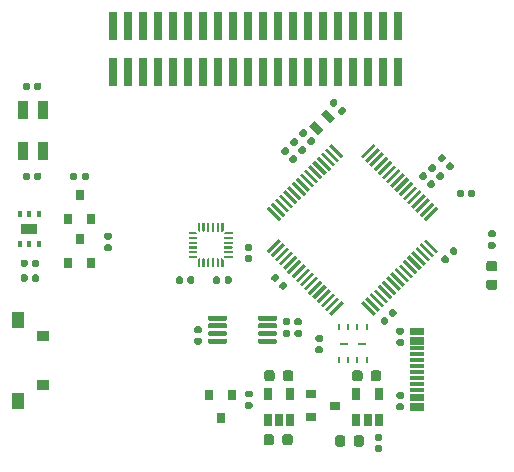
<source format=gbr>
G04 #@! TF.GenerationSoftware,KiCad,Pcbnew,(5.1.6)-1*
G04 #@! TF.CreationDate,2020-11-06T20:40:43+01:00*
G04 #@! TF.ProjectId,DynOSSAT-EDU-OBC,44796e4f-5353-4415-942d-4544552d4f42,rev?*
G04 #@! TF.SameCoordinates,Original*
G04 #@! TF.FileFunction,Paste,Top*
G04 #@! TF.FilePolarity,Positive*
%FSLAX46Y46*%
G04 Gerber Fmt 4.6, Leading zero omitted, Abs format (unit mm)*
G04 Created by KiCad (PCBNEW (5.1.6)-1) date 2020-11-06 20:40:43*
%MOMM*%
%LPD*%
G01*
G04 APERTURE LIST*
%ADD10R,1.000000X1.450000*%
%ADD11R,1.000000X0.900000*%
%ADD12C,0.100000*%
%ADD13R,0.800000X0.900000*%
%ADD14R,0.740000X2.400000*%
%ADD15R,0.900000X0.800000*%
%ADD16R,1.150000X0.300000*%
%ADD17R,0.650000X1.060000*%
%ADD18R,0.400000X0.550000*%
%ADD19R,1.400000X0.900000*%
%ADD20R,0.800000X0.200000*%
%ADD21R,0.250000X0.600000*%
%ADD22R,0.850000X1.600000*%
G04 APERTURE END LIST*
D10*
X107272400Y-93247000D03*
X107272400Y-100047000D03*
D11*
X109372400Y-98747000D03*
X109372400Y-94547000D03*
D12*
G36*
X136298727Y-79332383D02*
G01*
X137338174Y-78292936D01*
X137536163Y-78490925D01*
X136496716Y-79530372D01*
X136298727Y-79332383D01*
G37*
G36*
X136652280Y-79685937D02*
G01*
X137691727Y-78646490D01*
X137889716Y-78844479D01*
X136850269Y-79883926D01*
X136652280Y-79685937D01*
G37*
G36*
X137005834Y-80039490D02*
G01*
X138045281Y-79000043D01*
X138243270Y-79198032D01*
X137203823Y-80237479D01*
X137005834Y-80039490D01*
G37*
G36*
X137359387Y-80393043D02*
G01*
X138398834Y-79353596D01*
X138596823Y-79551585D01*
X137557376Y-80591032D01*
X137359387Y-80393043D01*
G37*
G36*
X137712941Y-80746597D02*
G01*
X138752388Y-79707150D01*
X138950377Y-79905139D01*
X137910930Y-80944586D01*
X137712941Y-80746597D01*
G37*
G36*
X138066494Y-81100150D02*
G01*
X139105941Y-80060703D01*
X139303930Y-80258692D01*
X138264483Y-81298139D01*
X138066494Y-81100150D01*
G37*
G36*
X138420047Y-81453703D02*
G01*
X139459494Y-80414256D01*
X139657483Y-80612245D01*
X138618036Y-81651692D01*
X138420047Y-81453703D01*
G37*
G36*
X138773601Y-81807257D02*
G01*
X139813048Y-80767810D01*
X140011037Y-80965799D01*
X138971590Y-82005246D01*
X138773601Y-81807257D01*
G37*
G36*
X139127154Y-82160810D02*
G01*
X140166601Y-81121363D01*
X140364590Y-81319352D01*
X139325143Y-82358799D01*
X139127154Y-82160810D01*
G37*
G36*
X139480708Y-82514364D02*
G01*
X140520155Y-81474917D01*
X140718144Y-81672906D01*
X139678697Y-82712353D01*
X139480708Y-82514364D01*
G37*
G36*
X139834261Y-82867917D02*
G01*
X140873708Y-81828470D01*
X141071697Y-82026459D01*
X140032250Y-83065906D01*
X139834261Y-82867917D01*
G37*
G36*
X140187814Y-83221470D02*
G01*
X141227261Y-82182023D01*
X141425250Y-82380012D01*
X140385803Y-83419459D01*
X140187814Y-83221470D01*
G37*
G36*
X140541368Y-83575024D02*
G01*
X141580815Y-82535577D01*
X141778804Y-82733566D01*
X140739357Y-83773013D01*
X140541368Y-83575024D01*
G37*
G36*
X140894921Y-83928577D02*
G01*
X141934368Y-82889130D01*
X142132357Y-83087119D01*
X141092910Y-84126566D01*
X140894921Y-83928577D01*
G37*
G36*
X141248474Y-84282131D02*
G01*
X142287921Y-83242684D01*
X142485910Y-83440673D01*
X141446463Y-84480120D01*
X141248474Y-84282131D01*
G37*
G36*
X141602028Y-84635684D02*
G01*
X142641475Y-83596237D01*
X142839464Y-83794226D01*
X141800017Y-84833673D01*
X141602028Y-84635684D01*
G37*
G36*
X141602028Y-86509516D02*
G01*
X141800017Y-86311527D01*
X142839464Y-87350974D01*
X142641475Y-87548963D01*
X141602028Y-86509516D01*
G37*
G36*
X141248474Y-86863069D02*
G01*
X141446463Y-86665080D01*
X142485910Y-87704527D01*
X142287921Y-87902516D01*
X141248474Y-86863069D01*
G37*
G36*
X140894921Y-87216623D02*
G01*
X141092910Y-87018634D01*
X142132357Y-88058081D01*
X141934368Y-88256070D01*
X140894921Y-87216623D01*
G37*
G36*
X140541368Y-87570176D02*
G01*
X140739357Y-87372187D01*
X141778804Y-88411634D01*
X141580815Y-88609623D01*
X140541368Y-87570176D01*
G37*
G36*
X140187814Y-87923730D02*
G01*
X140385803Y-87725741D01*
X141425250Y-88765188D01*
X141227261Y-88963177D01*
X140187814Y-87923730D01*
G37*
G36*
X139834261Y-88277283D02*
G01*
X140032250Y-88079294D01*
X141071697Y-89118741D01*
X140873708Y-89316730D01*
X139834261Y-88277283D01*
G37*
G36*
X139480708Y-88630836D02*
G01*
X139678697Y-88432847D01*
X140718144Y-89472294D01*
X140520155Y-89670283D01*
X139480708Y-88630836D01*
G37*
G36*
X139127154Y-88984390D02*
G01*
X139325143Y-88786401D01*
X140364590Y-89825848D01*
X140166601Y-90023837D01*
X139127154Y-88984390D01*
G37*
G36*
X138773601Y-89337943D02*
G01*
X138971590Y-89139954D01*
X140011037Y-90179401D01*
X139813048Y-90377390D01*
X138773601Y-89337943D01*
G37*
G36*
X138420047Y-89691497D02*
G01*
X138618036Y-89493508D01*
X139657483Y-90532955D01*
X139459494Y-90730944D01*
X138420047Y-89691497D01*
G37*
G36*
X138066494Y-90045050D02*
G01*
X138264483Y-89847061D01*
X139303930Y-90886508D01*
X139105941Y-91084497D01*
X138066494Y-90045050D01*
G37*
G36*
X137712941Y-90398603D02*
G01*
X137910930Y-90200614D01*
X138950377Y-91240061D01*
X138752388Y-91438050D01*
X137712941Y-90398603D01*
G37*
G36*
X137359387Y-90752157D02*
G01*
X137557376Y-90554168D01*
X138596823Y-91593615D01*
X138398834Y-91791604D01*
X137359387Y-90752157D01*
G37*
G36*
X137005834Y-91105710D02*
G01*
X137203823Y-90907721D01*
X138243270Y-91947168D01*
X138045281Y-92145157D01*
X137005834Y-91105710D01*
G37*
G36*
X136652280Y-91459263D02*
G01*
X136850269Y-91261274D01*
X137889716Y-92300721D01*
X137691727Y-92498710D01*
X136652280Y-91459263D01*
G37*
G36*
X136298727Y-91812817D02*
G01*
X136496716Y-91614828D01*
X137536163Y-92654275D01*
X137338174Y-92852264D01*
X136298727Y-91812817D01*
G37*
G36*
X133583437Y-92654275D02*
G01*
X134622884Y-91614828D01*
X134820873Y-91812817D01*
X133781426Y-92852264D01*
X133583437Y-92654275D01*
G37*
G36*
X133229884Y-92300721D02*
G01*
X134269331Y-91261274D01*
X134467320Y-91459263D01*
X133427873Y-92498710D01*
X133229884Y-92300721D01*
G37*
G36*
X132876330Y-91947168D02*
G01*
X133915777Y-90907721D01*
X134113766Y-91105710D01*
X133074319Y-92145157D01*
X132876330Y-91947168D01*
G37*
G36*
X132522777Y-91593615D02*
G01*
X133562224Y-90554168D01*
X133760213Y-90752157D01*
X132720766Y-91791604D01*
X132522777Y-91593615D01*
G37*
G36*
X132169223Y-91240061D02*
G01*
X133208670Y-90200614D01*
X133406659Y-90398603D01*
X132367212Y-91438050D01*
X132169223Y-91240061D01*
G37*
G36*
X131815670Y-90886508D02*
G01*
X132855117Y-89847061D01*
X133053106Y-90045050D01*
X132013659Y-91084497D01*
X131815670Y-90886508D01*
G37*
G36*
X131462117Y-90532955D02*
G01*
X132501564Y-89493508D01*
X132699553Y-89691497D01*
X131660106Y-90730944D01*
X131462117Y-90532955D01*
G37*
G36*
X131108563Y-90179401D02*
G01*
X132148010Y-89139954D01*
X132345999Y-89337943D01*
X131306552Y-90377390D01*
X131108563Y-90179401D01*
G37*
G36*
X130755010Y-89825848D02*
G01*
X131794457Y-88786401D01*
X131992446Y-88984390D01*
X130952999Y-90023837D01*
X130755010Y-89825848D01*
G37*
G36*
X130401456Y-89472294D02*
G01*
X131440903Y-88432847D01*
X131638892Y-88630836D01*
X130599445Y-89670283D01*
X130401456Y-89472294D01*
G37*
G36*
X130047903Y-89118741D02*
G01*
X131087350Y-88079294D01*
X131285339Y-88277283D01*
X130245892Y-89316730D01*
X130047903Y-89118741D01*
G37*
G36*
X129694350Y-88765188D02*
G01*
X130733797Y-87725741D01*
X130931786Y-87923730D01*
X129892339Y-88963177D01*
X129694350Y-88765188D01*
G37*
G36*
X129340796Y-88411634D02*
G01*
X130380243Y-87372187D01*
X130578232Y-87570176D01*
X129538785Y-88609623D01*
X129340796Y-88411634D01*
G37*
G36*
X128987243Y-88058081D02*
G01*
X130026690Y-87018634D01*
X130224679Y-87216623D01*
X129185232Y-88256070D01*
X128987243Y-88058081D01*
G37*
G36*
X128633690Y-87704527D02*
G01*
X129673137Y-86665080D01*
X129871126Y-86863069D01*
X128831679Y-87902516D01*
X128633690Y-87704527D01*
G37*
G36*
X128280136Y-87350974D02*
G01*
X129319583Y-86311527D01*
X129517572Y-86509516D01*
X128478125Y-87548963D01*
X128280136Y-87350974D01*
G37*
G36*
X128280136Y-83794226D02*
G01*
X128478125Y-83596237D01*
X129517572Y-84635684D01*
X129319583Y-84833673D01*
X128280136Y-83794226D01*
G37*
G36*
X128633690Y-83440673D02*
G01*
X128831679Y-83242684D01*
X129871126Y-84282131D01*
X129673137Y-84480120D01*
X128633690Y-83440673D01*
G37*
G36*
X128987243Y-83087119D02*
G01*
X129185232Y-82889130D01*
X130224679Y-83928577D01*
X130026690Y-84126566D01*
X128987243Y-83087119D01*
G37*
G36*
X129340796Y-82733566D02*
G01*
X129538785Y-82535577D01*
X130578232Y-83575024D01*
X130380243Y-83773013D01*
X129340796Y-82733566D01*
G37*
G36*
X129694350Y-82380012D02*
G01*
X129892339Y-82182023D01*
X130931786Y-83221470D01*
X130733797Y-83419459D01*
X129694350Y-82380012D01*
G37*
G36*
X130047903Y-82026459D02*
G01*
X130245892Y-81828470D01*
X131285339Y-82867917D01*
X131087350Y-83065906D01*
X130047903Y-82026459D01*
G37*
G36*
X130401456Y-81672906D02*
G01*
X130599445Y-81474917D01*
X131638892Y-82514364D01*
X131440903Y-82712353D01*
X130401456Y-81672906D01*
G37*
G36*
X130755010Y-81319352D02*
G01*
X130952999Y-81121363D01*
X131992446Y-82160810D01*
X131794457Y-82358799D01*
X130755010Y-81319352D01*
G37*
G36*
X131108563Y-80965799D02*
G01*
X131306552Y-80767810D01*
X132345999Y-81807257D01*
X132148010Y-82005246D01*
X131108563Y-80965799D01*
G37*
G36*
X131462117Y-80612245D02*
G01*
X131660106Y-80414256D01*
X132699553Y-81453703D01*
X132501564Y-81651692D01*
X131462117Y-80612245D01*
G37*
G36*
X131815670Y-80258692D02*
G01*
X132013659Y-80060703D01*
X133053106Y-81100150D01*
X132855117Y-81298139D01*
X131815670Y-80258692D01*
G37*
G36*
X132169223Y-79905139D02*
G01*
X132367212Y-79707150D01*
X133406659Y-80746597D01*
X133208670Y-80944586D01*
X132169223Y-79905139D01*
G37*
G36*
X132522777Y-79551585D02*
G01*
X132720766Y-79353596D01*
X133760213Y-80393043D01*
X133562224Y-80591032D01*
X132522777Y-79551585D01*
G37*
G36*
X132876330Y-79198032D02*
G01*
X133074319Y-79000043D01*
X134113766Y-80039490D01*
X133915777Y-80237479D01*
X132876330Y-79198032D01*
G37*
G36*
X133229884Y-78844479D02*
G01*
X133427873Y-78646490D01*
X134467320Y-79685937D01*
X134269331Y-79883926D01*
X133229884Y-78844479D01*
G37*
G36*
X133583437Y-78490925D02*
G01*
X133781426Y-78292936D01*
X134820873Y-79332383D01*
X134622884Y-79530372D01*
X133583437Y-78490925D01*
G37*
D13*
X124421900Y-101545900D03*
X123471900Y-99545900D03*
X125371900Y-99545900D03*
G36*
G01*
X126969300Y-99771700D02*
X126624300Y-99771700D01*
G75*
G02*
X126476800Y-99624200I0J147500D01*
G01*
X126476800Y-99329200D01*
G75*
G02*
X126624300Y-99181700I147500J0D01*
G01*
X126969300Y-99181700D01*
G75*
G02*
X127116800Y-99329200I0J-147500D01*
G01*
X127116800Y-99624200D01*
G75*
G02*
X126969300Y-99771700I-147500J0D01*
G01*
G37*
G36*
G01*
X126969300Y-100741700D02*
X126624300Y-100741700D01*
G75*
G02*
X126476800Y-100594200I0J147500D01*
G01*
X126476800Y-100299200D01*
G75*
G02*
X126624300Y-100151700I147500J0D01*
G01*
X126969300Y-100151700D01*
G75*
G02*
X127116800Y-100299200I0J-147500D01*
G01*
X127116800Y-100594200D01*
G75*
G02*
X126969300Y-100741700I-147500J0D01*
G01*
G37*
D14*
X139471400Y-68281000D03*
X139471400Y-72181000D03*
X138201400Y-68281000D03*
X138201400Y-72181000D03*
X136931400Y-68281000D03*
X136931400Y-72181000D03*
X135661400Y-68281000D03*
X135661400Y-72181000D03*
X134391400Y-68281000D03*
X134391400Y-72181000D03*
X133121400Y-68281000D03*
X133121400Y-72181000D03*
X131851400Y-68281000D03*
X131851400Y-72181000D03*
X130581400Y-68281000D03*
X130581400Y-72181000D03*
X129311400Y-68281000D03*
X129311400Y-72181000D03*
X128041400Y-68281000D03*
X128041400Y-72181000D03*
X126771400Y-68281000D03*
X126771400Y-72181000D03*
X125501400Y-68281000D03*
X125501400Y-72181000D03*
X124231400Y-68281000D03*
X124231400Y-72181000D03*
X122961400Y-68281000D03*
X122961400Y-72181000D03*
X121691400Y-68281000D03*
X121691400Y-72181000D03*
X120421400Y-68281000D03*
X120421400Y-72181000D03*
X119151400Y-68281000D03*
X119151400Y-72181000D03*
X117881400Y-68281000D03*
X117881400Y-72181000D03*
X116611400Y-68281000D03*
X116611400Y-72181000D03*
X115341400Y-68281000D03*
X115341400Y-72181000D03*
G36*
G01*
X134981200Y-103197950D02*
X134981200Y-103710450D01*
G75*
G02*
X134762450Y-103929200I-218750J0D01*
G01*
X134324950Y-103929200D01*
G75*
G02*
X134106200Y-103710450I0J218750D01*
G01*
X134106200Y-103197950D01*
G75*
G02*
X134324950Y-102979200I218750J0D01*
G01*
X134762450Y-102979200D01*
G75*
G02*
X134981200Y-103197950I0J-218750D01*
G01*
G37*
G36*
G01*
X136556200Y-103197950D02*
X136556200Y-103710450D01*
G75*
G02*
X136337450Y-103929200I-218750J0D01*
G01*
X135899950Y-103929200D01*
G75*
G02*
X135681200Y-103710450I0J218750D01*
G01*
X135681200Y-103197950D01*
G75*
G02*
X135899950Y-102979200I218750J0D01*
G01*
X136337450Y-102979200D01*
G75*
G02*
X136556200Y-103197950I0J-218750D01*
G01*
G37*
G36*
G01*
X129636000Y-103608850D02*
X129636000Y-103096350D01*
G75*
G02*
X129854750Y-102877600I218750J0D01*
G01*
X130292250Y-102877600D01*
G75*
G02*
X130511000Y-103096350I0J-218750D01*
G01*
X130511000Y-103608850D01*
G75*
G02*
X130292250Y-103827600I-218750J0D01*
G01*
X129854750Y-103827600D01*
G75*
G02*
X129636000Y-103608850I0J218750D01*
G01*
G37*
G36*
G01*
X128061000Y-103608850D02*
X128061000Y-103096350D01*
G75*
G02*
X128279750Y-102877600I218750J0D01*
G01*
X128717250Y-102877600D01*
G75*
G02*
X128936000Y-103096350I0J-218750D01*
G01*
X128936000Y-103608850D01*
G75*
G02*
X128717250Y-103827600I-218750J0D01*
G01*
X128279750Y-103827600D01*
G75*
G02*
X128061000Y-103608850I0J218750D01*
G01*
G37*
G36*
G01*
X147114550Y-89783400D02*
X147627050Y-89783400D01*
G75*
G02*
X147845800Y-90002150I0J-218750D01*
G01*
X147845800Y-90439650D01*
G75*
G02*
X147627050Y-90658400I-218750J0D01*
G01*
X147114550Y-90658400D01*
G75*
G02*
X146895800Y-90439650I0J218750D01*
G01*
X146895800Y-90002150D01*
G75*
G02*
X147114550Y-89783400I218750J0D01*
G01*
G37*
G36*
G01*
X147114550Y-88208400D02*
X147627050Y-88208400D01*
G75*
G02*
X147845800Y-88427150I0J-218750D01*
G01*
X147845800Y-88864650D01*
G75*
G02*
X147627050Y-89083400I-218750J0D01*
G01*
X147114550Y-89083400D01*
G75*
G02*
X146895800Y-88864650I0J218750D01*
G01*
X146895800Y-88427150D01*
G75*
G02*
X147114550Y-88208400I218750J0D01*
G01*
G37*
G36*
G01*
X129686800Y-98198650D02*
X129686800Y-97686150D01*
G75*
G02*
X129905550Y-97467400I218750J0D01*
G01*
X130343050Y-97467400D01*
G75*
G02*
X130561800Y-97686150I0J-218750D01*
G01*
X130561800Y-98198650D01*
G75*
G02*
X130343050Y-98417400I-218750J0D01*
G01*
X129905550Y-98417400D01*
G75*
G02*
X129686800Y-98198650I0J218750D01*
G01*
G37*
G36*
G01*
X128111800Y-98198650D02*
X128111800Y-97686150D01*
G75*
G02*
X128330550Y-97467400I218750J0D01*
G01*
X128768050Y-97467400D01*
G75*
G02*
X128986800Y-97686150I0J-218750D01*
G01*
X128986800Y-98198650D01*
G75*
G02*
X128768050Y-98417400I-218750J0D01*
G01*
X128330550Y-98417400D01*
G75*
G02*
X128111800Y-98198650I0J218750D01*
G01*
G37*
D13*
X112471200Y-86376000D03*
X113421200Y-88376000D03*
X111521200Y-88376000D03*
X112471200Y-82642200D03*
X113421200Y-84642200D03*
X111521200Y-84642200D03*
G36*
G01*
X139796300Y-99886000D02*
X139451300Y-99886000D01*
G75*
G02*
X139303800Y-99738500I0J147500D01*
G01*
X139303800Y-99443500D01*
G75*
G02*
X139451300Y-99296000I147500J0D01*
G01*
X139796300Y-99296000D01*
G75*
G02*
X139943800Y-99443500I0J-147500D01*
G01*
X139943800Y-99738500D01*
G75*
G02*
X139796300Y-99886000I-147500J0D01*
G01*
G37*
G36*
G01*
X139796300Y-100856000D02*
X139451300Y-100856000D01*
G75*
G02*
X139303800Y-100708500I0J147500D01*
G01*
X139303800Y-100413500D01*
G75*
G02*
X139451300Y-100266000I147500J0D01*
G01*
X139796300Y-100266000D01*
G75*
G02*
X139943800Y-100413500I0J-147500D01*
G01*
X139943800Y-100708500D01*
G75*
G02*
X139796300Y-100856000I-147500J0D01*
G01*
G37*
G36*
G01*
X139451300Y-94830400D02*
X139796300Y-94830400D01*
G75*
G02*
X139943800Y-94977900I0J-147500D01*
G01*
X139943800Y-95272900D01*
G75*
G02*
X139796300Y-95420400I-147500J0D01*
G01*
X139451300Y-95420400D01*
G75*
G02*
X139303800Y-95272900I0J147500D01*
G01*
X139303800Y-94977900D01*
G75*
G02*
X139451300Y-94830400I147500J0D01*
G01*
G37*
G36*
G01*
X139451300Y-93860400D02*
X139796300Y-93860400D01*
G75*
G02*
X139943800Y-94007900I0J-147500D01*
G01*
X139943800Y-94302900D01*
G75*
G02*
X139796300Y-94450400I-147500J0D01*
G01*
X139451300Y-94450400D01*
G75*
G02*
X139303800Y-94302900I0J147500D01*
G01*
X139303800Y-94007900D01*
G75*
G02*
X139451300Y-93860400I147500J0D01*
G01*
G37*
G36*
G01*
X137129100Y-98198650D02*
X137129100Y-97686150D01*
G75*
G02*
X137347850Y-97467400I218750J0D01*
G01*
X137785350Y-97467400D01*
G75*
G02*
X138004100Y-97686150I0J-218750D01*
G01*
X138004100Y-98198650D01*
G75*
G02*
X137785350Y-98417400I-218750J0D01*
G01*
X137347850Y-98417400D01*
G75*
G02*
X137129100Y-98198650I0J218750D01*
G01*
G37*
G36*
G01*
X135554100Y-98198650D02*
X135554100Y-97686150D01*
G75*
G02*
X135772850Y-97467400I218750J0D01*
G01*
X136210350Y-97467400D01*
G75*
G02*
X136429100Y-97686150I0J-218750D01*
G01*
X136429100Y-98198650D01*
G75*
G02*
X136210350Y-98417400I-218750J0D01*
G01*
X135772850Y-98417400D01*
G75*
G02*
X135554100Y-98198650I0J218750D01*
G01*
G37*
D15*
X134096000Y-100457000D03*
X132096000Y-101407000D03*
X132096000Y-99507000D03*
G36*
G01*
X134327575Y-75414926D02*
X134571527Y-75170975D01*
G75*
G02*
X134780123Y-75170975I104298J-104298D01*
G01*
X134988719Y-75379571D01*
G75*
G02*
X134988719Y-75588167I-104298J-104298D01*
G01*
X134744767Y-75832119D01*
G75*
G02*
X134536171Y-75832119I-104298J104298D01*
G01*
X134327575Y-75623523D01*
G75*
G02*
X134327575Y-75414927I104298J104298D01*
G01*
G37*
G36*
G01*
X133641681Y-74729032D02*
X133885633Y-74485081D01*
G75*
G02*
X134094229Y-74485081I104298J-104298D01*
G01*
X134302825Y-74693677D01*
G75*
G02*
X134302825Y-74902273I-104298J-104298D01*
G01*
X134058873Y-75146225D01*
G75*
G02*
X133850277Y-75146225I-104298J104298D01*
G01*
X133641681Y-74937629D01*
G75*
G02*
X133641681Y-74729033I104298J104298D01*
G01*
G37*
G36*
G01*
X131737425Y-77467674D02*
X131493473Y-77711625D01*
G75*
G02*
X131284877Y-77711625I-104298J104298D01*
G01*
X131076281Y-77503029D01*
G75*
G02*
X131076281Y-77294433I104298J104298D01*
G01*
X131320233Y-77050481D01*
G75*
G02*
X131528829Y-77050481I104298J-104298D01*
G01*
X131737425Y-77259077D01*
G75*
G02*
X131737425Y-77467673I-104298J-104298D01*
G01*
G37*
G36*
G01*
X132423319Y-78153568D02*
X132179367Y-78397519D01*
G75*
G02*
X131970771Y-78397519I-104298J104298D01*
G01*
X131762175Y-78188923D01*
G75*
G02*
X131762175Y-77980327I104298J104298D01*
G01*
X132006127Y-77736375D01*
G75*
G02*
X132214723Y-77736375I104298J-104298D01*
G01*
X132423319Y-77944971D01*
G75*
G02*
X132423319Y-78153567I-104298J-104298D01*
G01*
G37*
G36*
G01*
X130188025Y-78991674D02*
X129944073Y-79235625D01*
G75*
G02*
X129735477Y-79235625I-104298J104298D01*
G01*
X129526881Y-79027029D01*
G75*
G02*
X129526881Y-78818433I104298J104298D01*
G01*
X129770833Y-78574481D01*
G75*
G02*
X129979429Y-78574481I104298J-104298D01*
G01*
X130188025Y-78783077D01*
G75*
G02*
X130188025Y-78991673I-104298J-104298D01*
G01*
G37*
G36*
G01*
X130873919Y-79677568D02*
X130629967Y-79921519D01*
G75*
G02*
X130421371Y-79921519I-104298J104298D01*
G01*
X130212775Y-79712923D01*
G75*
G02*
X130212775Y-79504327I104298J104298D01*
G01*
X130456727Y-79260375D01*
G75*
G02*
X130665323Y-79260375I104298J-104298D01*
G01*
X130873919Y-79468971D01*
G75*
G02*
X130873919Y-79677567I-104298J-104298D01*
G01*
G37*
G36*
G01*
X138889526Y-92951625D02*
X138645575Y-92707673D01*
G75*
G02*
X138645575Y-92499077I104298J104298D01*
G01*
X138854171Y-92290481D01*
G75*
G02*
X139062767Y-92290481I104298J-104298D01*
G01*
X139306719Y-92534433D01*
G75*
G02*
X139306719Y-92743029I-104298J-104298D01*
G01*
X139098123Y-92951625D01*
G75*
G02*
X138889527Y-92951625I-104298J104298D01*
G01*
G37*
G36*
G01*
X138203632Y-93637519D02*
X137959681Y-93393567D01*
G75*
G02*
X137959681Y-93184971I104298J104298D01*
G01*
X138168277Y-92976375D01*
G75*
G02*
X138376873Y-92976375I104298J-104298D01*
G01*
X138620825Y-93220327D01*
G75*
G02*
X138620825Y-93428923I-104298J-104298D01*
G01*
X138412229Y-93637519D01*
G75*
G02*
X138203633Y-93637519I-104298J104298D01*
G01*
G37*
G36*
G01*
X129374575Y-90223126D02*
X129618527Y-89979175D01*
G75*
G02*
X129827123Y-89979175I104298J-104298D01*
G01*
X130035719Y-90187771D01*
G75*
G02*
X130035719Y-90396367I-104298J-104298D01*
G01*
X129791767Y-90640319D01*
G75*
G02*
X129583171Y-90640319I-104298J104298D01*
G01*
X129374575Y-90431723D01*
G75*
G02*
X129374575Y-90223127I104298J104298D01*
G01*
G37*
G36*
G01*
X128688681Y-89537232D02*
X128932633Y-89293281D01*
G75*
G02*
X129141229Y-89293281I104298J-104298D01*
G01*
X129349825Y-89501877D01*
G75*
G02*
X129349825Y-89710473I-104298J-104298D01*
G01*
X129105873Y-89954425D01*
G75*
G02*
X128897277Y-89954425I-104298J104298D01*
G01*
X128688681Y-89745829D01*
G75*
G02*
X128688681Y-89537233I104298J104298D01*
G01*
G37*
G36*
G01*
X130975425Y-78229674D02*
X130731473Y-78473625D01*
G75*
G02*
X130522877Y-78473625I-104298J104298D01*
G01*
X130314281Y-78265029D01*
G75*
G02*
X130314281Y-78056433I104298J104298D01*
G01*
X130558233Y-77812481D01*
G75*
G02*
X130766829Y-77812481I104298J-104298D01*
G01*
X130975425Y-78021077D01*
G75*
G02*
X130975425Y-78229673I-104298J-104298D01*
G01*
G37*
G36*
G01*
X131661319Y-78915568D02*
X131417367Y-79159519D01*
G75*
G02*
X131208771Y-79159519I-104298J104298D01*
G01*
X131000175Y-78950923D01*
G75*
G02*
X131000175Y-78742327I104298J104298D01*
G01*
X131244127Y-78498375D01*
G75*
G02*
X131452723Y-78498375I104298J-104298D01*
G01*
X131661319Y-78706971D01*
G75*
G02*
X131661319Y-78915567I-104298J-104298D01*
G01*
G37*
G36*
G01*
X126943900Y-87363800D02*
X126598900Y-87363800D01*
G75*
G02*
X126451400Y-87216300I0J147500D01*
G01*
X126451400Y-86921300D01*
G75*
G02*
X126598900Y-86773800I147500J0D01*
G01*
X126943900Y-86773800D01*
G75*
G02*
X127091400Y-86921300I0J-147500D01*
G01*
X127091400Y-87216300D01*
G75*
G02*
X126943900Y-87363800I-147500J0D01*
G01*
G37*
G36*
G01*
X126943900Y-88333800D02*
X126598900Y-88333800D01*
G75*
G02*
X126451400Y-88186300I0J147500D01*
G01*
X126451400Y-87891300D01*
G75*
G02*
X126598900Y-87743800I147500J0D01*
G01*
X126943900Y-87743800D01*
G75*
G02*
X127091400Y-87891300I0J-147500D01*
G01*
X127091400Y-88186300D01*
G75*
G02*
X126943900Y-88333800I-147500J0D01*
G01*
G37*
G36*
G01*
X121222000Y-89667300D02*
X121222000Y-90012300D01*
G75*
G02*
X121074500Y-90159800I-147500J0D01*
G01*
X120779500Y-90159800D01*
G75*
G02*
X120632000Y-90012300I0J147500D01*
G01*
X120632000Y-89667300D01*
G75*
G02*
X120779500Y-89519800I147500J0D01*
G01*
X121074500Y-89519800D01*
G75*
G02*
X121222000Y-89667300I0J-147500D01*
G01*
G37*
G36*
G01*
X122192000Y-89667300D02*
X122192000Y-90012300D01*
G75*
G02*
X122044500Y-90159800I-147500J0D01*
G01*
X121749500Y-90159800D01*
G75*
G02*
X121602000Y-90012300I0J147500D01*
G01*
X121602000Y-89667300D01*
G75*
G02*
X121749500Y-89519800I147500J0D01*
G01*
X122044500Y-89519800D01*
G75*
G02*
X122192000Y-89667300I0J-147500D01*
G01*
G37*
G36*
G01*
X124751600Y-90012300D02*
X124751600Y-89667300D01*
G75*
G02*
X124899100Y-89519800I147500J0D01*
G01*
X125194100Y-89519800D01*
G75*
G02*
X125341600Y-89667300I0J-147500D01*
G01*
X125341600Y-90012300D01*
G75*
G02*
X125194100Y-90159800I-147500J0D01*
G01*
X124899100Y-90159800D01*
G75*
G02*
X124751600Y-90012300I0J147500D01*
G01*
G37*
G36*
G01*
X123781600Y-90012300D02*
X123781600Y-89667300D01*
G75*
G02*
X123929100Y-89519800I147500J0D01*
G01*
X124224100Y-89519800D01*
G75*
G02*
X124371600Y-89667300I0J-147500D01*
G01*
X124371600Y-90012300D01*
G75*
G02*
X124224100Y-90159800I-147500J0D01*
G01*
X123929100Y-90159800D01*
G75*
G02*
X123781600Y-90012300I0J147500D01*
G01*
G37*
G36*
G01*
X108444800Y-88589900D02*
X108444800Y-88244900D01*
G75*
G02*
X108592300Y-88097400I147500J0D01*
G01*
X108887300Y-88097400D01*
G75*
G02*
X109034800Y-88244900I0J-147500D01*
G01*
X109034800Y-88589900D01*
G75*
G02*
X108887300Y-88737400I-147500J0D01*
G01*
X108592300Y-88737400D01*
G75*
G02*
X108444800Y-88589900I0J147500D01*
G01*
G37*
G36*
G01*
X107474800Y-88589900D02*
X107474800Y-88244900D01*
G75*
G02*
X107622300Y-88097400I147500J0D01*
G01*
X107917300Y-88097400D01*
G75*
G02*
X108064800Y-88244900I0J-147500D01*
G01*
X108064800Y-88589900D01*
G75*
G02*
X107917300Y-88737400I-147500J0D01*
G01*
X107622300Y-88737400D01*
G75*
G02*
X107474800Y-88589900I0J147500D01*
G01*
G37*
G36*
G01*
X122676700Y-94323400D02*
X122331700Y-94323400D01*
G75*
G02*
X122184200Y-94175900I0J147500D01*
G01*
X122184200Y-93880900D01*
G75*
G02*
X122331700Y-93733400I147500J0D01*
G01*
X122676700Y-93733400D01*
G75*
G02*
X122824200Y-93880900I0J-147500D01*
G01*
X122824200Y-94175900D01*
G75*
G02*
X122676700Y-94323400I-147500J0D01*
G01*
G37*
G36*
G01*
X122676700Y-95293400D02*
X122331700Y-95293400D01*
G75*
G02*
X122184200Y-95145900I0J147500D01*
G01*
X122184200Y-94850900D01*
G75*
G02*
X122331700Y-94703400I147500J0D01*
G01*
X122676700Y-94703400D01*
G75*
G02*
X122824200Y-94850900I0J-147500D01*
G01*
X122824200Y-95145900D01*
G75*
G02*
X122676700Y-95293400I-147500J0D01*
G01*
G37*
G36*
G01*
X137967500Y-103429300D02*
X137622500Y-103429300D01*
G75*
G02*
X137475000Y-103281800I0J147500D01*
G01*
X137475000Y-102986800D01*
G75*
G02*
X137622500Y-102839300I147500J0D01*
G01*
X137967500Y-102839300D01*
G75*
G02*
X138115000Y-102986800I0J-147500D01*
G01*
X138115000Y-103281800D01*
G75*
G02*
X137967500Y-103429300I-147500J0D01*
G01*
G37*
G36*
G01*
X137967500Y-104399300D02*
X137622500Y-104399300D01*
G75*
G02*
X137475000Y-104251800I0J147500D01*
G01*
X137475000Y-103956800D01*
G75*
G02*
X137622500Y-103809300I147500J0D01*
G01*
X137967500Y-103809300D01*
G75*
G02*
X138115000Y-103956800I0J-147500D01*
G01*
X138115000Y-104251800D01*
G75*
G02*
X137967500Y-104399300I-147500J0D01*
G01*
G37*
G36*
G01*
X114711700Y-86804000D02*
X115056700Y-86804000D01*
G75*
G02*
X115204200Y-86951500I0J-147500D01*
G01*
X115204200Y-87246500D01*
G75*
G02*
X115056700Y-87394000I-147500J0D01*
G01*
X114711700Y-87394000D01*
G75*
G02*
X114564200Y-87246500I0J147500D01*
G01*
X114564200Y-86951500D01*
G75*
G02*
X114711700Y-86804000I147500J0D01*
G01*
G37*
G36*
G01*
X114711700Y-85834000D02*
X115056700Y-85834000D01*
G75*
G02*
X115204200Y-85981500I0J-147500D01*
G01*
X115204200Y-86276500D01*
G75*
G02*
X115056700Y-86424000I-147500J0D01*
G01*
X114711700Y-86424000D01*
G75*
G02*
X114564200Y-86276500I0J147500D01*
G01*
X114564200Y-85981500D01*
G75*
G02*
X114711700Y-85834000I147500J0D01*
G01*
G37*
G36*
G01*
X130169700Y-93663000D02*
X129824700Y-93663000D01*
G75*
G02*
X129677200Y-93515500I0J147500D01*
G01*
X129677200Y-93220500D01*
G75*
G02*
X129824700Y-93073000I147500J0D01*
G01*
X130169700Y-93073000D01*
G75*
G02*
X130317200Y-93220500I0J-147500D01*
G01*
X130317200Y-93515500D01*
G75*
G02*
X130169700Y-93663000I-147500J0D01*
G01*
G37*
G36*
G01*
X130169700Y-94633000D02*
X129824700Y-94633000D01*
G75*
G02*
X129677200Y-94485500I0J147500D01*
G01*
X129677200Y-94190500D01*
G75*
G02*
X129824700Y-94043000I147500J0D01*
G01*
X130169700Y-94043000D01*
G75*
G02*
X130317200Y-94190500I0J-147500D01*
G01*
X130317200Y-94485500D01*
G75*
G02*
X130169700Y-94633000I-147500J0D01*
G01*
G37*
G36*
G01*
X145376400Y-82671700D02*
X145376400Y-82326700D01*
G75*
G02*
X145523900Y-82179200I147500J0D01*
G01*
X145818900Y-82179200D01*
G75*
G02*
X145966400Y-82326700I0J-147500D01*
G01*
X145966400Y-82671700D01*
G75*
G02*
X145818900Y-82819200I-147500J0D01*
G01*
X145523900Y-82819200D01*
G75*
G02*
X145376400Y-82671700I0J147500D01*
G01*
G37*
G36*
G01*
X144406400Y-82671700D02*
X144406400Y-82326700D01*
G75*
G02*
X144553900Y-82179200I147500J0D01*
G01*
X144848900Y-82179200D01*
G75*
G02*
X144996400Y-82326700I0J-147500D01*
G01*
X144996400Y-82671700D01*
G75*
G02*
X144848900Y-82819200I-147500J0D01*
G01*
X144553900Y-82819200D01*
G75*
G02*
X144406400Y-82671700I0J147500D01*
G01*
G37*
G36*
G01*
X147198300Y-86600800D02*
X147543300Y-86600800D01*
G75*
G02*
X147690800Y-86748300I0J-147500D01*
G01*
X147690800Y-87043300D01*
G75*
G02*
X147543300Y-87190800I-147500J0D01*
G01*
X147198300Y-87190800D01*
G75*
G02*
X147050800Y-87043300I0J147500D01*
G01*
X147050800Y-86748300D01*
G75*
G02*
X147198300Y-86600800I147500J0D01*
G01*
G37*
G36*
G01*
X147198300Y-85630800D02*
X147543300Y-85630800D01*
G75*
G02*
X147690800Y-85778300I0J-147500D01*
G01*
X147690800Y-86073300D01*
G75*
G02*
X147543300Y-86220800I-147500J0D01*
G01*
X147198300Y-86220800D01*
G75*
G02*
X147050800Y-86073300I0J147500D01*
G01*
X147050800Y-85778300D01*
G75*
G02*
X147198300Y-85630800I147500J0D01*
G01*
G37*
G36*
G01*
X108268000Y-73258900D02*
X108268000Y-73603900D01*
G75*
G02*
X108120500Y-73751400I-147500J0D01*
G01*
X107825500Y-73751400D01*
G75*
G02*
X107678000Y-73603900I0J147500D01*
G01*
X107678000Y-73258900D01*
G75*
G02*
X107825500Y-73111400I147500J0D01*
G01*
X108120500Y-73111400D01*
G75*
G02*
X108268000Y-73258900I0J-147500D01*
G01*
G37*
G36*
G01*
X109238000Y-73258900D02*
X109238000Y-73603900D01*
G75*
G02*
X109090500Y-73751400I-147500J0D01*
G01*
X108795500Y-73751400D01*
G75*
G02*
X108648000Y-73603900I0J147500D01*
G01*
X108648000Y-73258900D01*
G75*
G02*
X108795500Y-73111400I147500J0D01*
G01*
X109090500Y-73111400D01*
G75*
G02*
X109238000Y-73258900I0J-147500D01*
G01*
G37*
G36*
G01*
X108444800Y-89834500D02*
X108444800Y-89489500D01*
G75*
G02*
X108592300Y-89342000I147500J0D01*
G01*
X108887300Y-89342000D01*
G75*
G02*
X109034800Y-89489500I0J-147500D01*
G01*
X109034800Y-89834500D01*
G75*
G02*
X108887300Y-89982000I-147500J0D01*
G01*
X108592300Y-89982000D01*
G75*
G02*
X108444800Y-89834500I0J147500D01*
G01*
G37*
G36*
G01*
X107474800Y-89834500D02*
X107474800Y-89489500D01*
G75*
G02*
X107622300Y-89342000I147500J0D01*
G01*
X107917300Y-89342000D01*
G75*
G02*
X108064800Y-89489500I0J-147500D01*
G01*
X108064800Y-89834500D01*
G75*
G02*
X107917300Y-89982000I-147500J0D01*
G01*
X107622300Y-89982000D01*
G75*
G02*
X107474800Y-89834500I0J147500D01*
G01*
G37*
G36*
G01*
X108268000Y-80878900D02*
X108268000Y-81223900D01*
G75*
G02*
X108120500Y-81371400I-147500J0D01*
G01*
X107825500Y-81371400D01*
G75*
G02*
X107678000Y-81223900I0J147500D01*
G01*
X107678000Y-80878900D01*
G75*
G02*
X107825500Y-80731400I147500J0D01*
G01*
X108120500Y-80731400D01*
G75*
G02*
X108268000Y-80878900I0J-147500D01*
G01*
G37*
G36*
G01*
X109238000Y-80878900D02*
X109238000Y-81223900D01*
G75*
G02*
X109090500Y-81371400I-147500J0D01*
G01*
X108795500Y-81371400D01*
G75*
G02*
X108648000Y-81223900I0J147500D01*
G01*
X108648000Y-80878900D01*
G75*
G02*
X108795500Y-80731400I147500J0D01*
G01*
X109090500Y-80731400D01*
G75*
G02*
X109238000Y-80878900I0J-147500D01*
G01*
G37*
G36*
G01*
X130815300Y-94043000D02*
X131160300Y-94043000D01*
G75*
G02*
X131307800Y-94190500I0J-147500D01*
G01*
X131307800Y-94485500D01*
G75*
G02*
X131160300Y-94633000I-147500J0D01*
G01*
X130815300Y-94633000D01*
G75*
G02*
X130667800Y-94485500I0J147500D01*
G01*
X130667800Y-94190500D01*
G75*
G02*
X130815300Y-94043000I147500J0D01*
G01*
G37*
G36*
G01*
X130815300Y-93073000D02*
X131160300Y-93073000D01*
G75*
G02*
X131307800Y-93220500I0J-147500D01*
G01*
X131307800Y-93515500D01*
G75*
G02*
X131160300Y-93663000I-147500J0D01*
G01*
X130815300Y-93663000D01*
G75*
G02*
X130667800Y-93515500I0J147500D01*
G01*
X130667800Y-93220500D01*
G75*
G02*
X130815300Y-93073000I147500J0D01*
G01*
G37*
G36*
G01*
X112661200Y-81223900D02*
X112661200Y-80878900D01*
G75*
G02*
X112808700Y-80731400I147500J0D01*
G01*
X113103700Y-80731400D01*
G75*
G02*
X113251200Y-80878900I0J-147500D01*
G01*
X113251200Y-81223900D01*
G75*
G02*
X113103700Y-81371400I-147500J0D01*
G01*
X112808700Y-81371400D01*
G75*
G02*
X112661200Y-81223900I0J147500D01*
G01*
G37*
G36*
G01*
X111691200Y-81223900D02*
X111691200Y-80878900D01*
G75*
G02*
X111838700Y-80731400I147500J0D01*
G01*
X112133700Y-80731400D01*
G75*
G02*
X112281200Y-80878900I0J-147500D01*
G01*
X112281200Y-81223900D01*
G75*
G02*
X112133700Y-81371400I-147500J0D01*
G01*
X111838700Y-81371400D01*
G75*
G02*
X111691200Y-81223900I0J147500D01*
G01*
G37*
D16*
X141019100Y-100719700D03*
X141019100Y-100419700D03*
X141019100Y-99619700D03*
X141019100Y-99919700D03*
X141019100Y-99119700D03*
X141019100Y-98619700D03*
X141019100Y-98119700D03*
X141019100Y-97619700D03*
X141019100Y-97119700D03*
X141019100Y-96619700D03*
X141019100Y-96119700D03*
X141019100Y-95619700D03*
X141019100Y-94819700D03*
X141019100Y-95119700D03*
X141019100Y-94021200D03*
X141019100Y-94321200D03*
D17*
X135905200Y-99484000D03*
X137805200Y-99484000D03*
X137805200Y-101684000D03*
X136855200Y-101684000D03*
X135905200Y-101684000D03*
X128412200Y-99484000D03*
X130312200Y-99484000D03*
X130312200Y-101684000D03*
X129362200Y-101684000D03*
X128412200Y-101684000D03*
D12*
G36*
X122671000Y-85743000D02*
G01*
X122591000Y-85743000D01*
X122471000Y-85623000D01*
X122471000Y-84993000D01*
X122671000Y-84993000D01*
X122671000Y-85743000D01*
G37*
G36*
G01*
X122871000Y-85693000D02*
X122871000Y-85043000D01*
G75*
G02*
X122921000Y-84993000I50000J0D01*
G01*
X123021000Y-84993000D01*
G75*
G02*
X123071000Y-85043000I0J-50000D01*
G01*
X123071000Y-85693000D01*
G75*
G02*
X123021000Y-85743000I-50000J0D01*
G01*
X122921000Y-85743000D01*
G75*
G02*
X122871000Y-85693000I0J50000D01*
G01*
G37*
G36*
G01*
X123271000Y-85693000D02*
X123271000Y-85043000D01*
G75*
G02*
X123321000Y-84993000I50000J0D01*
G01*
X123421000Y-84993000D01*
G75*
G02*
X123471000Y-85043000I0J-50000D01*
G01*
X123471000Y-85693000D01*
G75*
G02*
X123421000Y-85743000I-50000J0D01*
G01*
X123321000Y-85743000D01*
G75*
G02*
X123271000Y-85693000I0J50000D01*
G01*
G37*
G36*
G01*
X123671000Y-85693000D02*
X123671000Y-85043000D01*
G75*
G02*
X123721000Y-84993000I50000J0D01*
G01*
X123821000Y-84993000D01*
G75*
G02*
X123871000Y-85043000I0J-50000D01*
G01*
X123871000Y-85693000D01*
G75*
G02*
X123821000Y-85743000I-50000J0D01*
G01*
X123721000Y-85743000D01*
G75*
G02*
X123671000Y-85693000I0J50000D01*
G01*
G37*
G36*
G01*
X124071000Y-85693000D02*
X124071000Y-85043000D01*
G75*
G02*
X124121000Y-84993000I50000J0D01*
G01*
X124221000Y-84993000D01*
G75*
G02*
X124271000Y-85043000I0J-50000D01*
G01*
X124271000Y-85693000D01*
G75*
G02*
X124221000Y-85743000I-50000J0D01*
G01*
X124121000Y-85743000D01*
G75*
G02*
X124071000Y-85693000I0J50000D01*
G01*
G37*
G36*
X124671000Y-85623000D02*
G01*
X124551000Y-85743000D01*
X124471000Y-85743000D01*
X124471000Y-84993000D01*
X124671000Y-84993000D01*
X124671000Y-85623000D01*
G37*
G36*
X125446000Y-85968000D02*
G01*
X124696000Y-85968000D01*
X124696000Y-85888000D01*
X124816000Y-85768000D01*
X125446000Y-85768000D01*
X125446000Y-85968000D01*
G37*
G36*
G01*
X124696000Y-86318000D02*
X124696000Y-86218000D01*
G75*
G02*
X124746000Y-86168000I50000J0D01*
G01*
X125396000Y-86168000D01*
G75*
G02*
X125446000Y-86218000I0J-50000D01*
G01*
X125446000Y-86318000D01*
G75*
G02*
X125396000Y-86368000I-50000J0D01*
G01*
X124746000Y-86368000D01*
G75*
G02*
X124696000Y-86318000I0J50000D01*
G01*
G37*
G36*
G01*
X124696000Y-86718000D02*
X124696000Y-86618000D01*
G75*
G02*
X124746000Y-86568000I50000J0D01*
G01*
X125396000Y-86568000D01*
G75*
G02*
X125446000Y-86618000I0J-50000D01*
G01*
X125446000Y-86718000D01*
G75*
G02*
X125396000Y-86768000I-50000J0D01*
G01*
X124746000Y-86768000D01*
G75*
G02*
X124696000Y-86718000I0J50000D01*
G01*
G37*
G36*
G01*
X124696000Y-87118000D02*
X124696000Y-87018000D01*
G75*
G02*
X124746000Y-86968000I50000J0D01*
G01*
X125396000Y-86968000D01*
G75*
G02*
X125446000Y-87018000I0J-50000D01*
G01*
X125446000Y-87118000D01*
G75*
G02*
X125396000Y-87168000I-50000J0D01*
G01*
X124746000Y-87168000D01*
G75*
G02*
X124696000Y-87118000I0J50000D01*
G01*
G37*
G36*
G01*
X124696000Y-87518000D02*
X124696000Y-87418000D01*
G75*
G02*
X124746000Y-87368000I50000J0D01*
G01*
X125396000Y-87368000D01*
G75*
G02*
X125446000Y-87418000I0J-50000D01*
G01*
X125446000Y-87518000D01*
G75*
G02*
X125396000Y-87568000I-50000J0D01*
G01*
X124746000Y-87568000D01*
G75*
G02*
X124696000Y-87518000I0J50000D01*
G01*
G37*
G36*
X125446000Y-87968000D02*
G01*
X124816000Y-87968000D01*
X124696000Y-87848000D01*
X124696000Y-87768000D01*
X125446000Y-87768000D01*
X125446000Y-87968000D01*
G37*
G36*
X124671000Y-88113000D02*
G01*
X124671000Y-88743000D01*
X124471000Y-88743000D01*
X124471000Y-87993000D01*
X124551000Y-87993000D01*
X124671000Y-88113000D01*
G37*
G36*
G01*
X124071000Y-88693000D02*
X124071000Y-88043000D01*
G75*
G02*
X124121000Y-87993000I50000J0D01*
G01*
X124221000Y-87993000D01*
G75*
G02*
X124271000Y-88043000I0J-50000D01*
G01*
X124271000Y-88693000D01*
G75*
G02*
X124221000Y-88743000I-50000J0D01*
G01*
X124121000Y-88743000D01*
G75*
G02*
X124071000Y-88693000I0J50000D01*
G01*
G37*
G36*
G01*
X123671000Y-88693000D02*
X123671000Y-88043000D01*
G75*
G02*
X123721000Y-87993000I50000J0D01*
G01*
X123821000Y-87993000D01*
G75*
G02*
X123871000Y-88043000I0J-50000D01*
G01*
X123871000Y-88693000D01*
G75*
G02*
X123821000Y-88743000I-50000J0D01*
G01*
X123721000Y-88743000D01*
G75*
G02*
X123671000Y-88693000I0J50000D01*
G01*
G37*
G36*
G01*
X123271000Y-88693000D02*
X123271000Y-88043000D01*
G75*
G02*
X123321000Y-87993000I50000J0D01*
G01*
X123421000Y-87993000D01*
G75*
G02*
X123471000Y-88043000I0J-50000D01*
G01*
X123471000Y-88693000D01*
G75*
G02*
X123421000Y-88743000I-50000J0D01*
G01*
X123321000Y-88743000D01*
G75*
G02*
X123271000Y-88693000I0J50000D01*
G01*
G37*
G36*
G01*
X122871000Y-88693000D02*
X122871000Y-88043000D01*
G75*
G02*
X122921000Y-87993000I50000J0D01*
G01*
X123021000Y-87993000D01*
G75*
G02*
X123071000Y-88043000I0J-50000D01*
G01*
X123071000Y-88693000D01*
G75*
G02*
X123021000Y-88743000I-50000J0D01*
G01*
X122921000Y-88743000D01*
G75*
G02*
X122871000Y-88693000I0J50000D01*
G01*
G37*
G36*
X122671000Y-88743000D02*
G01*
X122471000Y-88743000D01*
X122471000Y-88113000D01*
X122591000Y-87993000D01*
X122671000Y-87993000D01*
X122671000Y-88743000D01*
G37*
G36*
X122446000Y-87848000D02*
G01*
X122326000Y-87968000D01*
X121696000Y-87968000D01*
X121696000Y-87768000D01*
X122446000Y-87768000D01*
X122446000Y-87848000D01*
G37*
G36*
G01*
X121696000Y-87518000D02*
X121696000Y-87418000D01*
G75*
G02*
X121746000Y-87368000I50000J0D01*
G01*
X122396000Y-87368000D01*
G75*
G02*
X122446000Y-87418000I0J-50000D01*
G01*
X122446000Y-87518000D01*
G75*
G02*
X122396000Y-87568000I-50000J0D01*
G01*
X121746000Y-87568000D01*
G75*
G02*
X121696000Y-87518000I0J50000D01*
G01*
G37*
G36*
G01*
X121696000Y-87118000D02*
X121696000Y-87018000D01*
G75*
G02*
X121746000Y-86968000I50000J0D01*
G01*
X122396000Y-86968000D01*
G75*
G02*
X122446000Y-87018000I0J-50000D01*
G01*
X122446000Y-87118000D01*
G75*
G02*
X122396000Y-87168000I-50000J0D01*
G01*
X121746000Y-87168000D01*
G75*
G02*
X121696000Y-87118000I0J50000D01*
G01*
G37*
G36*
G01*
X121696000Y-86718000D02*
X121696000Y-86618000D01*
G75*
G02*
X121746000Y-86568000I50000J0D01*
G01*
X122396000Y-86568000D01*
G75*
G02*
X122446000Y-86618000I0J-50000D01*
G01*
X122446000Y-86718000D01*
G75*
G02*
X122396000Y-86768000I-50000J0D01*
G01*
X121746000Y-86768000D01*
G75*
G02*
X121696000Y-86718000I0J50000D01*
G01*
G37*
G36*
G01*
X121696000Y-86318000D02*
X121696000Y-86218000D01*
G75*
G02*
X121746000Y-86168000I50000J0D01*
G01*
X122396000Y-86168000D01*
G75*
G02*
X122446000Y-86218000I0J-50000D01*
G01*
X122446000Y-86318000D01*
G75*
G02*
X122396000Y-86368000I-50000J0D01*
G01*
X121746000Y-86368000D01*
G75*
G02*
X121696000Y-86318000I0J50000D01*
G01*
G37*
G36*
X122446000Y-85888000D02*
G01*
X122446000Y-85968000D01*
X121696000Y-85968000D01*
X121696000Y-85768000D01*
X122326000Y-85768000D01*
X122446000Y-85888000D01*
G37*
D18*
X107429400Y-86781800D03*
X108229400Y-86781800D03*
X109029400Y-86781800D03*
X109029400Y-84261800D03*
X108229400Y-84261800D03*
X107429400Y-84261800D03*
D19*
X108229400Y-85521800D03*
G36*
G01*
X124963400Y-94905800D02*
X124963400Y-95105800D01*
G75*
G02*
X124863400Y-95205800I-100000J0D01*
G01*
X123438400Y-95205800D01*
G75*
G02*
X123338400Y-95105800I0J100000D01*
G01*
X123338400Y-94905800D01*
G75*
G02*
X123438400Y-94805800I100000J0D01*
G01*
X124863400Y-94805800D01*
G75*
G02*
X124963400Y-94905800I0J-100000D01*
G01*
G37*
G36*
G01*
X124963400Y-94255800D02*
X124963400Y-94455800D01*
G75*
G02*
X124863400Y-94555800I-100000J0D01*
G01*
X123438400Y-94555800D01*
G75*
G02*
X123338400Y-94455800I0J100000D01*
G01*
X123338400Y-94255800D01*
G75*
G02*
X123438400Y-94155800I100000J0D01*
G01*
X124863400Y-94155800D01*
G75*
G02*
X124963400Y-94255800I0J-100000D01*
G01*
G37*
G36*
G01*
X124963400Y-93605800D02*
X124963400Y-93805800D01*
G75*
G02*
X124863400Y-93905800I-100000J0D01*
G01*
X123438400Y-93905800D01*
G75*
G02*
X123338400Y-93805800I0J100000D01*
G01*
X123338400Y-93605800D01*
G75*
G02*
X123438400Y-93505800I100000J0D01*
G01*
X124863400Y-93505800D01*
G75*
G02*
X124963400Y-93605800I0J-100000D01*
G01*
G37*
G36*
G01*
X124963400Y-92955800D02*
X124963400Y-93155800D01*
G75*
G02*
X124863400Y-93255800I-100000J0D01*
G01*
X123438400Y-93255800D01*
G75*
G02*
X123338400Y-93155800I0J100000D01*
G01*
X123338400Y-92955800D01*
G75*
G02*
X123438400Y-92855800I100000J0D01*
G01*
X124863400Y-92855800D01*
G75*
G02*
X124963400Y-92955800I0J-100000D01*
G01*
G37*
G36*
G01*
X129188400Y-92955800D02*
X129188400Y-93155800D01*
G75*
G02*
X129088400Y-93255800I-100000J0D01*
G01*
X127663400Y-93255800D01*
G75*
G02*
X127563400Y-93155800I0J100000D01*
G01*
X127563400Y-92955800D01*
G75*
G02*
X127663400Y-92855800I100000J0D01*
G01*
X129088400Y-92855800D01*
G75*
G02*
X129188400Y-92955800I0J-100000D01*
G01*
G37*
G36*
G01*
X129188400Y-93605800D02*
X129188400Y-93805800D01*
G75*
G02*
X129088400Y-93905800I-100000J0D01*
G01*
X127663400Y-93905800D01*
G75*
G02*
X127563400Y-93805800I0J100000D01*
G01*
X127563400Y-93605800D01*
G75*
G02*
X127663400Y-93505800I100000J0D01*
G01*
X129088400Y-93505800D01*
G75*
G02*
X129188400Y-93605800I0J-100000D01*
G01*
G37*
G36*
G01*
X129188400Y-94255800D02*
X129188400Y-94455800D01*
G75*
G02*
X129088400Y-94555800I-100000J0D01*
G01*
X127663400Y-94555800D01*
G75*
G02*
X127563400Y-94455800I0J100000D01*
G01*
X127563400Y-94255800D01*
G75*
G02*
X127663400Y-94155800I100000J0D01*
G01*
X129088400Y-94155800D01*
G75*
G02*
X129188400Y-94255800I0J-100000D01*
G01*
G37*
G36*
G01*
X129188400Y-94905800D02*
X129188400Y-95105800D01*
G75*
G02*
X129088400Y-95205800I-100000J0D01*
G01*
X127663400Y-95205800D01*
G75*
G02*
X127563400Y-95105800I0J100000D01*
G01*
X127563400Y-94905800D01*
G75*
G02*
X127663400Y-94805800I100000J0D01*
G01*
X129088400Y-94805800D01*
G75*
G02*
X129188400Y-94905800I0J-100000D01*
G01*
G37*
D12*
G36*
X133691552Y-76534666D02*
G01*
X132913734Y-75756848D01*
X133337998Y-75332584D01*
X134115816Y-76110402D01*
X133691552Y-76534666D01*
G37*
G36*
X132701602Y-77524616D02*
G01*
X131923784Y-76746798D01*
X132348048Y-76322534D01*
X133125866Y-77100352D01*
X132701602Y-77524616D01*
G37*
D20*
X134848600Y-95224600D03*
X136423400Y-95224600D03*
D21*
X136803400Y-93824600D03*
X136003400Y-93824600D03*
X135203400Y-93824600D03*
X136803400Y-96624600D03*
X136003400Y-96624600D03*
X135203400Y-96624600D03*
X134403400Y-93824600D03*
X134403400Y-96624600D03*
G36*
G01*
X132593300Y-95437600D02*
X132938300Y-95437600D01*
G75*
G02*
X133085800Y-95585100I0J-147500D01*
G01*
X133085800Y-95880100D01*
G75*
G02*
X132938300Y-96027600I-147500J0D01*
G01*
X132593300Y-96027600D01*
G75*
G02*
X132445800Y-95880100I0J147500D01*
G01*
X132445800Y-95585100D01*
G75*
G02*
X132593300Y-95437600I147500J0D01*
G01*
G37*
G36*
G01*
X132593300Y-94467600D02*
X132938300Y-94467600D01*
G75*
G02*
X133085800Y-94615100I0J-147500D01*
G01*
X133085800Y-94910100D01*
G75*
G02*
X132938300Y-95057600I-147500J0D01*
G01*
X132593300Y-95057600D01*
G75*
G02*
X132445800Y-94910100I0J147500D01*
G01*
X132445800Y-94615100D01*
G75*
G02*
X132593300Y-94467600I147500J0D01*
G01*
G37*
G36*
G01*
X141872025Y-81125274D02*
X141628073Y-81369225D01*
G75*
G02*
X141419477Y-81369225I-104298J104298D01*
G01*
X141210881Y-81160629D01*
G75*
G02*
X141210881Y-80952033I104298J104298D01*
G01*
X141454833Y-80708081D01*
G75*
G02*
X141663429Y-80708081I104298J-104298D01*
G01*
X141872025Y-80916677D01*
G75*
G02*
X141872025Y-81125273I-104298J-104298D01*
G01*
G37*
G36*
G01*
X142557919Y-81811168D02*
X142313967Y-82055119D01*
G75*
G02*
X142105371Y-82055119I-104298J104298D01*
G01*
X141896775Y-81846523D01*
G75*
G02*
X141896775Y-81637927I104298J104298D01*
G01*
X142140727Y-81393975D01*
G75*
G02*
X142349323Y-81393975I104298J-104298D01*
G01*
X142557919Y-81602571D01*
G75*
G02*
X142557919Y-81811167I-104298J-104298D01*
G01*
G37*
G36*
G01*
X142634025Y-80439474D02*
X142390073Y-80683425D01*
G75*
G02*
X142181477Y-80683425I-104298J104298D01*
G01*
X141972881Y-80474829D01*
G75*
G02*
X141972881Y-80266233I104298J104298D01*
G01*
X142216833Y-80022281D01*
G75*
G02*
X142425429Y-80022281I104298J-104298D01*
G01*
X142634025Y-80230877D01*
G75*
G02*
X142634025Y-80439473I-104298J-104298D01*
G01*
G37*
G36*
G01*
X143319919Y-81125368D02*
X143075967Y-81369319D01*
G75*
G02*
X142867371Y-81369319I-104298J104298D01*
G01*
X142658775Y-81160723D01*
G75*
G02*
X142658775Y-80952127I104298J104298D01*
G01*
X142902727Y-80708175D01*
G75*
G02*
X143111323Y-80708175I104298J-104298D01*
G01*
X143319919Y-80916771D01*
G75*
G02*
X143319919Y-81125367I-104298J-104298D01*
G01*
G37*
G36*
G01*
X144045726Y-87719225D02*
X143801775Y-87475273D01*
G75*
G02*
X143801775Y-87266677I104298J104298D01*
G01*
X144010371Y-87058081D01*
G75*
G02*
X144218967Y-87058081I104298J-104298D01*
G01*
X144462919Y-87302033D01*
G75*
G02*
X144462919Y-87510629I-104298J-104298D01*
G01*
X144254323Y-87719225D01*
G75*
G02*
X144045727Y-87719225I-104298J104298D01*
G01*
G37*
G36*
G01*
X143359832Y-88405119D02*
X143115881Y-88161167D01*
G75*
G02*
X143115881Y-87952571I104298J104298D01*
G01*
X143324477Y-87743975D01*
G75*
G02*
X143533073Y-87743975I104298J-104298D01*
G01*
X143777025Y-87987927D01*
G75*
G02*
X143777025Y-88196523I-104298J-104298D01*
G01*
X143568429Y-88405119D01*
G75*
G02*
X143359833Y-88405119I-104298J104298D01*
G01*
G37*
G36*
G01*
X143496975Y-80113926D02*
X143740927Y-79869975D01*
G75*
G02*
X143949523Y-79869975I104298J-104298D01*
G01*
X144158119Y-80078571D01*
G75*
G02*
X144158119Y-80287167I-104298J-104298D01*
G01*
X143914167Y-80531119D01*
G75*
G02*
X143705571Y-80531119I-104298J104298D01*
G01*
X143496975Y-80322523D01*
G75*
G02*
X143496975Y-80113927I104298J104298D01*
G01*
G37*
G36*
G01*
X142811081Y-79428032D02*
X143055033Y-79184081D01*
G75*
G02*
X143263629Y-79184081I104298J-104298D01*
G01*
X143472225Y-79392677D01*
G75*
G02*
X143472225Y-79601273I-104298J-104298D01*
G01*
X143228273Y-79845225D01*
G75*
G02*
X143019677Y-79845225I-104298J104298D01*
G01*
X142811081Y-79636629D01*
G75*
G02*
X142811081Y-79428033I104298J104298D01*
G01*
G37*
D22*
X107659200Y-78940600D03*
X109409200Y-78940600D03*
X107659200Y-75440600D03*
X109409200Y-75440600D03*
M02*

</source>
